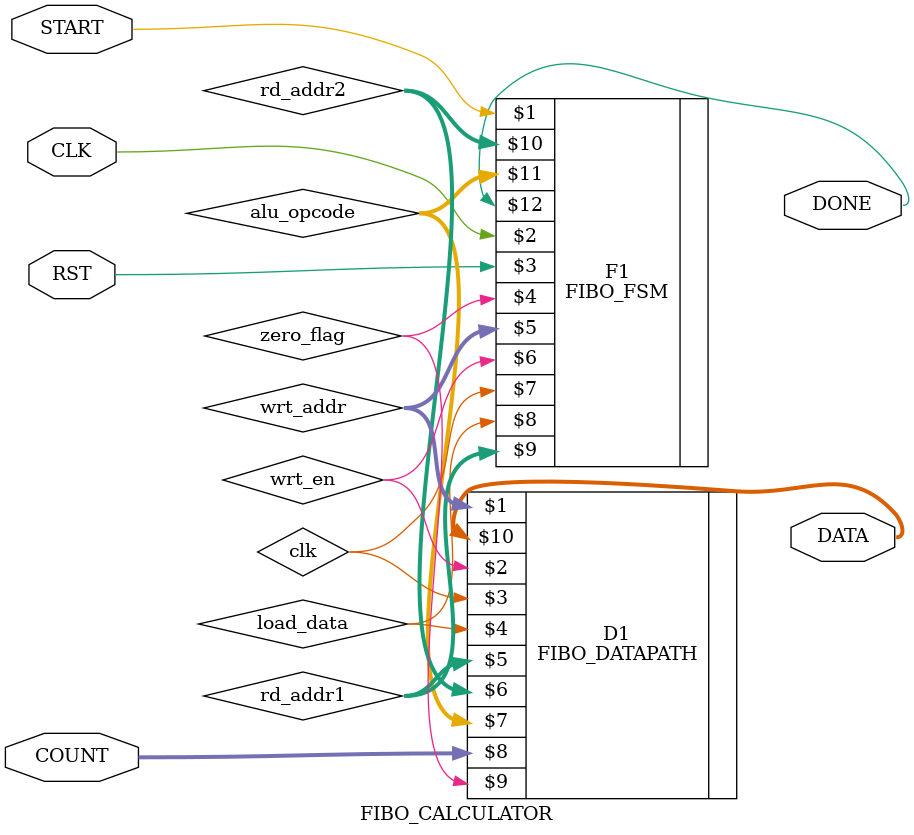
<source format=v>
module FIBO_CALCULATOR(START, CLK, RST, COUNT, DONE, DATA);

parameter size = 4;

input [size-1:0] COUNT;
input START, CLK, RST;

output [size-1:0] DATA;
output DONE;

wire [size-2:0] alu_opcode;
wire [size-3:0] rd_addr1, rd_addr2, wrt_addr;
wire clk, wrt_en, load_data;
wire zero_flag;

FIBO_FSM F1(START, CLK, RST, zero_flag, wrt_addr, wrt_en, clk, load_data, rd_addr1, rd_addr2, alu_opcode, DONE);
FIBO_DATAPATH D1(wrt_addr, wrt_en, clk, load_data, rd_addr1, rd_addr2, alu_opcode, COUNT, zero_flag, DATA);

endmodule

</source>
